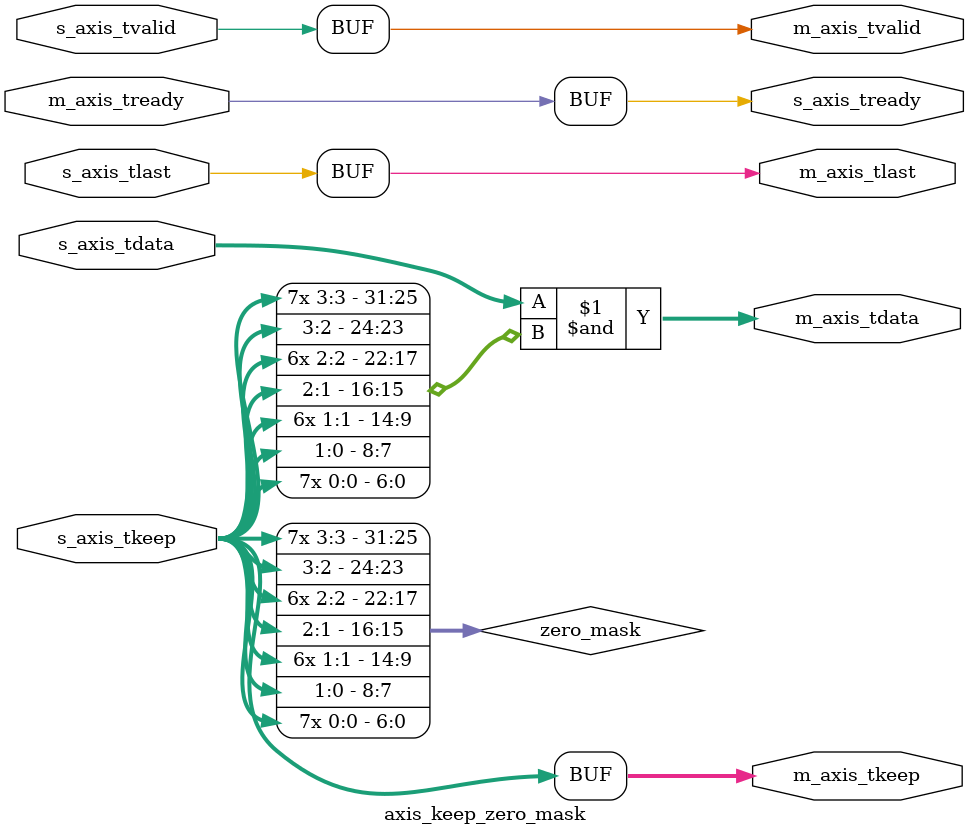
<source format=v>
`timescale 1ns / 1ps

module axis_keep_zero_mask #(
    parameter TDATA_WIDTH = 32,
    parameter TKEEP_WIDTH = TDATA_WIDTH / 8
)(
    // AXI Stream Slave Interface (Input)
    input  wire [TDATA_WIDTH-1:0]   s_axis_tdata,
    input  wire [TKEEP_WIDTH-1:0]   s_axis_tkeep,
    input  wire                     s_axis_tlast,
    input  wire                     s_axis_tvalid,
    output wire                     s_axis_tready,
    // (Optional: TSTRB, TUSER, TID, TDEST are passed through if needed)

    // AXI Stream Master Interface (Output)
    output wire [TDATA_WIDTH-1:0]   m_axis_tdata,
    output wire [TKEEP_WIDTH-1:0]   m_axis_tkeep,
    output wire                     m_axis_tlast,
    output wire                     m_axis_tvalid,
    input  wire                     m_axis_tready
);

    //=========================================================================
    // Internal Signals
    //=========================================================================
    wire [TDATA_WIDTH-1:0] zero_mask;

    //=========================================================================
    // Mask Generation
    //=========================================================================
    // TKEEPの各ビットを8倍に拡張してマスクを作成します。
    // 例: TKEEP=4'b0011 -> mask=32'h0000FFFF
    
    genvar i;
    generate
        for (i = 0; i < TKEEP_WIDTH; i = i + 1) begin : gen_mask
            assign zero_mask[i*8 +: 8] = {8{s_axis_tkeep[i]}};
        end
    endgenerate

    //=========================================================================
    // Data Masking
    //=========================================================================
    // 入力データとマスクのANDを取ることで、TKEEP=0の部分を0にします。
    assign m_axis_tdata = s_axis_tdata & zero_mask;

    //=========================================================================
    // Pass-through Signals
    //=========================================================================
    // データ以外の制御信号はそのまま通過させます。
    assign m_axis_tkeep  = s_axis_tkeep;
    assign m_axis_tlast  = s_axis_tlast;
    assign m_axis_tvalid = s_axis_tvalid;
    assign s_axis_tready = m_axis_tready;

endmodule

</source>
